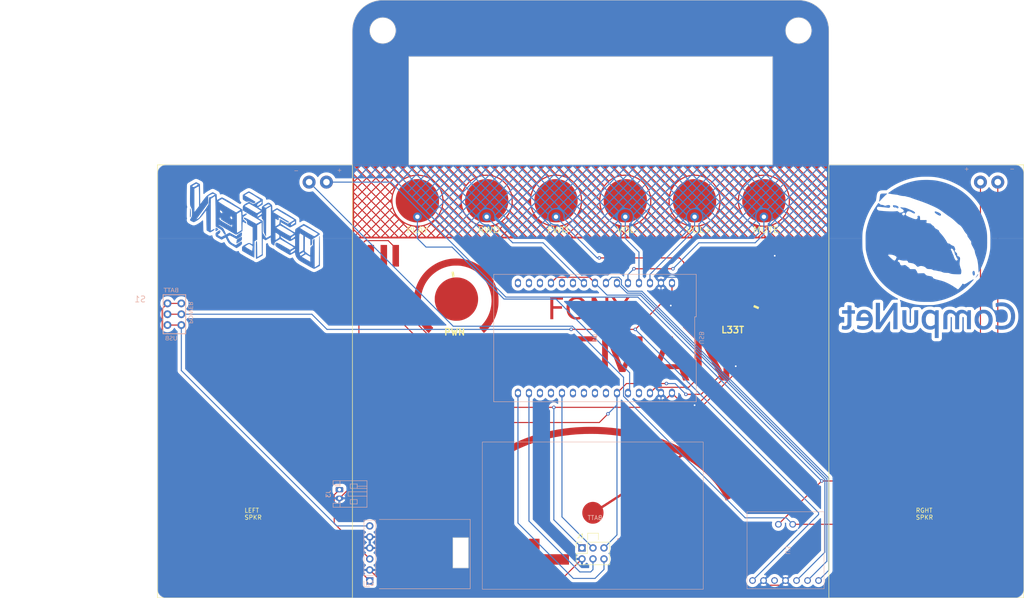
<source format=kicad_pcb>
(kicad_pcb (version 20221018) (generator pcbnew)
  (layers (0 "F.Cu" signal) (31 "B.Cu" signal) (34 "B.Paste" user) (35 "F.Paste" user) (36 "B.SilkS" user "B.Silkscreen") (37 "F.SilkS" user "F.Silkscreen") (38 "B.Mask" user) (39 "F.Mask" user) (44 "Edge.Cuts" user))
  (net 0 "")
  (net 1 "GND")
  (net 2 "+3.3V")
  (net 3 "Net-(J1-Pin_3)")
  (net 4 "Net-(J1-Pin_5)")
  (net 5 "Net-(J1-Pin_4)")
  (net 6 "Net-(J3-Pin_1)")
  (net 7 "Net-(U2-VIN)")
  (net 8 "VCC")
  (net 9 "Net-(U2-OUT)")
  (net 15 "Net-(J1-Pin_6)")
  (net 21 "Net-(U1-D25)")
  (net 24 "Net-(U1-D26)")
  (net 25 "Net-(U1-D27)")
  (net 27 "unconnected-(U3-SPK--Pad8)")
  (net 28 "unconnected-(U3-SPK+-Pad9)")
  (net 29 "/FWDPIN")
  (net 30 "/PLAYPIN")
  (net 31 "/RWDPIN")
  (net 32 "/MUTEPIN")
  (net 33 "/VDNPIN")
  (net 34 "/VUPPIN")
  (footprint "DC32_Cnet_Badge_Main:LED_SAO" (layer "F.Cu") (at 199 111 90)
    (fp_text reference "U4" hide)
    (fp_text value "~" hide)
  )
  (footprint "DC32_Cnet_Badge_Main:Touch Pad" (layer "F.Cu") (at 190 67.3)
    (fp_text reference "Ref**" hide)
    (fp_text value "Val**" hide)
  )
  (footprint "DC32_Cnet_Badge_Main:Dial 2" (layer "F.Cu") (at 119 90)
    (fp_text reference "Ref**" hide)
    (fp_text value "Val**" hide)
  )
  (footprint "DC32_Cnet_Badge_Main:VU Meter" (layer "F.Cu") (at 152 136)
    (fp_text reference "Ref**" hide)
    (fp_text value "Val**" hide)
  )
  (footprint "DC32_Cnet_Badge_Main:Touch Pad" (layer "F.Cu") (at 126 67.3)
    (fp_text reference "Ref**" hide)
    (fp_text value "Val**" hide)
  )
  (footprint "DC32_Cnet_Badge_Main:Speaker" (layer "F.Cu") (at 242 63)
    (fp_text reference "REF**" hide)
    (fp_text value "Speaker")
  )
  (footprint "DC32_Cnet_Badge_Main:LED_SAO" (layer "F.Cu") (at 100.75 111 90)
    (fp_text reference "U5" hide)
    (fp_text value "~" hide)
  )
  (footprint "DC32_Cnet_Badge_Main:Touch Pad" (layer "F.Cu") (at 142 67.3)
    (fp_text reference "Ref**" hide)
    (fp_text value "Val**" hide)
  )
  (footprint "DC32_Cnet_Badge_Main:Touch Pad" (layer "F.Cu") (at 174 67.3)
    (fp_text reference "Ref**" hide)
    (fp_text value "Val**" hide)
  )
  (footprint "DC32_Cnet_Badge_Main:Dial 4" (layer "F.Cu") (at 182.963798 89.619466)
    (fp_text reference "Ref**" hide)
    (fp_text value "Val**" hide)
  )
  (footprint "DC32_Cnet_Badge_Main:PinSocket_2x03_P2.54mm_Vertical_Tab" (layer "F.Cu") (at 148 147.46 90)
    (fp_text reference "J1")
    (fp_text value "SAO_Conn")
  )
  (footprint "DC32_Cnet_Badge_Main:Touch Pad" (layer "F.Cu") (at 110 67.3)
    (fp_text reference "Ref**" hide)
    (fp_text value "Val**" hide)
  )
  (footprint "DC32_Cnet_Badge_Main:Touch Pad" (layer "F.Cu") (at 158 67.3)
    (fp_text reference "Ref**" hide)
    (fp_text value "Val**" hide)
  )
  (footprint "DC32_Cnet_Badge_Main:LiPo_Battery_SparkFun_PRT-18286" (layer "B.Cu") (at 151 141 180)
    (fp_text reference "BATT")
    (fp_text value "LiPo_Battery_SparkFun_PRT-18286")
  )
  (footprint "DC32_Cnet_Badge_Main:SPARKFUN-RETIRED_SWITCH-2.5X3.2-6" (layer "B.Cu") (at 55.5 96 180)
    (fp_text reference "S1")
    (fp_text value "JS202011CQN")
  )
  (footprint "DC32_Cnet_Badge_Main:defcon31-logo" (layer "B.Cu") (at 72.5 73 180)
    (fp_text reference "Ref**" hide)
    (fp_text value "Val**" hide)
  )
  (footprint "DC32_Cnet_Badge_Main:JST_PH_S2B-PH-K_1x02_P2.00mm_Horizontal" (layer "B.Cu") (at 92 134 -90)
    (fp_text reference "J3")
    (fp_text value "Conn_01x02_Male")
  )
  (footprint "DC32_Cnet_Badge_Main:ESP32_Dev_Module-USB-C" (layer "B.Cu") (at 151 99 180)
    (fp_text reference "U1")
    (fp_text value "~")
  )
  (footprint "DC32_Cnet_Badge_Main:MAX98357" (layer "B.Cu") (at 195 148 90)
    (fp_text reference "U3")
    (fp_text value "~")
  )
  (footprint "DC32_Cnet_Badge_Main:Speaker" (layer "B.Cu") (at 87 63 180)
    (fp_text reference "REF**" hide)
    (fp_text value "Speaker")
  )
  (footprint "DC32_Cnet_Badge_Main:CompuNet PCB Logo" (layer "B.Cu") (at 228 81 180)
    (fp_text reference "Ref**" hide)
    (fp_text value "Val**" hide)
  )
  (footprint "DC32_Cnet_Badge_Main:MH-CD42 LiPo Battery Management Module Rear Charge LEDs" (layer "B.Cu") (at 99 142.48 180)
    (fp_text reference "U2")
    (fp_text value "MH-CD42_LiPo_Batery_Management_Module" hide)
    (fp_rect (start -22.8 -2.6) (end -19.2 -9.6) (stroke (width 0.12)) (fill none) (layer "Edge.Cuts"))
  )
  (gr_rect (start 205 59) (end 250 159) (stroke (width 0.15)) (fill none) (layer "F.SilkS"))
  (gr_rect (start 50 59) (end 95 159) (stroke (width 0.15)) (fill none) (layer "F.SilkS"))
  (gr_line (start 250 79) (end 250 157) (stroke (width 0.1)) (layer "Edge.Cuts"))
  (gr_arc (start 52 159) (mid 50.585786 158.414214) (end 50 157) (stroke (width 0.1)) (layer "Edge.Cuts"))
  (gr_line (start 248 159) (end 52 159) (stroke (width 0.1)) (layer "Edge.Cuts"))
  (gr_line (start 205 28) (end 205 59) (stroke (width 0.1)) (layer "Edge.Cuts"))
  (gr_arc (start 250 157) (mid 249.414214 158.414214) (end 248 159) (stroke (width 0.1)) (layer "Edge.Cuts"))
  (gr_line (start 50 79) (end 50 157) (stroke (width 0.1)) (layer "Edge.Cuts"))
  (gr_line (start 95 59) (end 95 28) (stroke (width 0.1)) (layer "Edge.Cuts"))
  (gr_arc (start 198 21) (mid 202.949747 23.050253) (end 205 28) (stroke (width 0.1)) (layer "Edge.Cuts"))
  (gr_arc (start 95 28) (mid 97.050253 23.050253) (end 102 21) (stroke (width 0.1)) (layer "Edge.Cuts"))
  (gr_line (start 192 59) (end 192 34) (stroke (width 0.1)) (layer "Edge.Cuts"))
  (gr_arc (start 50 61) (mid 50.585786 59.585786) (end 52 59) (stroke (width 0.1)) (layer "Edge.Cuts"))
  (gr_circle (center 198 28) (end 201 28) (stroke (width 0.1)) (fill none) (layer "Edge.Cuts"))
  (gr_line (start 50 61) (end 50 79) (stroke (width 0.1)) (layer "Edge.Cuts"))
  (gr_circle (center 102 28) (end 105 28) (stroke (width 0.1)) (fill none) (layer "Edge.Cuts"))
  (gr_line (start 205 59) (end 248 59) (stroke (width 0.1)) (layer "Edge.Cuts"))
  (gr_line (start 198 21) (end 102 21) (stroke (width 0.1)) (layer "Edge.Cuts"))
  (gr_line (start 250 61) (end 250 79) (stroke (width 0.1)) (layer "Edge.Cuts"))
  (gr_line (start 108 59) (end 108 34) (stroke (width 0.1)) (layer "Edge.Cuts"))
  (gr_line (start 52 59) (end 95 59) (stroke (width 0.1)) (layer "Edge.Cuts"))
  (gr_line (start 108 34) (end 192 34) (stroke (width 0.1)) (layer "Edge.Cuts"))
  (gr_arc (start 248 59) (mid 249.414214 59.585786) (end 250 61) (stroke (width 0.1)) (layer "Edge.Cuts"))
  (gr_line (start 108 59) (end 192 59) (stroke (width 0.1)) (layer "Edge.Cuts"))
  (gr_text "BITMAN" (at 129 110.5) (layer "F.Cu") (effects (font (size 10 10)) (justify left bottom)))
  (gr_text "FONY" (at 140 95.5) (layer "F.Cu") (effects (font (size 5 5)) (justify left bottom)))
  (gr_text "BATT" (at 54.9 88.6) (layer "B.SilkS") (effects (font (size 1 1)) (justify left bottom mirror)))
  (gr_text "USB" (at 54.6 99.7) (layer "B.SilkS") (effects (font (size 1 1)) (justify left bottom mirror)))
  (gr_text "POWER" (at 57 95.7 270) (layer "B.SilkS") (effects (font (size 1 1)) (justify left bottom mirror)))
  (gr_text "PLAY" (at 107.5 75) (layer "F.SilkS") (effects (font (size 1.5 1.5) (thickness 0.1875)) (justify left bottom)))
  (gr_text "FWD" (at 140 75) (layer "F.SilkS") (effects (font (size 1.5 1.5) (thickness 0.1875)) (justify left bottom)))
  (gr_text "MUTE" (at 187.5 75) (layer "F.SilkS") (effects (font (size 1.5 1.5) (thickness 0.1875)) (justify left bottom)))
  (gr_text "LEFT\nSPKR" (at 70 141) (layer "F.SilkS") (effects (font (size 1 1)) (justify left bottom)))
  (gr_text "VOL+" (at 172 75) (layer "F.SilkS") (effects (font (size 1.5 1.5) (thickness 0.1875)) (justify left bottom)))
  (gr_text "VOL-" (at 156 75) (layer "F.SilkS") (effects (font (size 1.5 1.5) (thickness 0.1875)) (justify left bottom)))
  (gr_text "PWN" (at 116 98.5) (layer "F.SilkS") (effects (font (size 1.5 1.5) (thickness 0.3) bold) (justify left bottom)))
  (gr_text "RGHT\nSPKR" (at 225 141) (layer "F.SilkS") (effects (font (size 1 1)) (justify left bottom)))
  (gr_text "RWD" (at 124 75) (layer "F.SilkS") (effects (font (size 1.5 1.5) (thickness 0.1875)) (justify left bottom)))
  (gr_text "L33T" (at 180 98) (layer "F.SilkS") (effects (font (size 1.5 1.5) (thickness 0.3) bold) (justify left bottom)))
  (segment (start 202 76.5) (end 196.5 76.5) (width 0.25) (layer "F.Cu") (net 1))
  (segment (start 96.5 78) (end 98 76.5) (width 0.25) (layer "F.Cu") (net 1))
  (segment (start 193.913 156.072) (end 195 154.985) (width 0.25) (layer "F.Cu") (net 1))
  (segment (start 96.5 80) (end 96.5 78) (width 0.25) (layer "F.Cu") (net 1))
  (segment (start 105 78.25) (end 105 80) (width 0.25) (layer "F.Cu") (net 1))
  (segment (start 191.007 156.072) (end 193.913 156.072) (width 0.25) (layer "F.Cu") (net 1))
  (segment (start 196.5 76.5) (end 194.75 78.25) (width 0.25) (layer "F.Cu") (net 1))
  (segment (start 92 136) (end 96.5 131.5) (width 0.25) (layer "F.Cu") (net 1))
  (segment (start 96.5 131.5) (end 96.5 80) (width 0.25) (layer "F.Cu") (net 1))
  (segment (start 174.5 114.5) (end 183.5 105.5) (width 0.25) (layer "F.Cu") (net 1))
  (segment (start 103.25 76.5) (end 105 78.25) (width 0.25) (layer "F.Cu") (net 1))
  (segment (start 98 76.5) (end 103.25 76.5) (width 0.25) (layer "F.Cu") (net 1))
  (segment (start 189.92 154.985) (end 191.007 156.072) (width 0.25) (layer "F.Cu") (net 1))
  (segment (start 166.24 111.7) (end 166.24 111.24) (width 0.25) (layer "F.Cu") (net 1))
  (segment (start 203.25 77.75) (end 202 76.5) (width 0.25) (layer "F.Cu") (net 1))
  (segment (start 194.75 80) (end 192.5 80) (width 0.25) (layer "F.Cu") (net 1))
  (segment (start 143.120872 154.879128) (end 101.339128 154.879128) (width 0.25) (layer "F.Cu") (net 1))
  (segment (start 203.25 80) (end 203.25 77.75) (width 0.25) (layer "F.Cu") (net 1))
  (segment (start 194.75 78.25) (end 194.75 80) (width 0.25) (layer "F.Cu") (net 1))
  (segment (start 174 114.5) (end 174.5 114.5) (width 0.25) (layer "F.Cu") (net 1))
  (segment (start 101.339128 154.879128) (end 99 152.54) (width 0.25) (layer "F.Cu") (net 1))
  (segment (start 148 150) (end 143.120872 154.879128) (width 0.25) (layer "F.Cu") (net 1))
  (via (at 192.5 80) (size 0.8) (drill 0.4) (layers "F.Cu" "B.Cu") (net 1))
  (via (at 168.5 91.5) (size 0.8) (drill 0.4) (layers "F.Cu" "B.Cu") (net 1))
  (via (at 183.5 105.5) (size 0.8) (drill 0.4) (layers "F.Cu" "B.Cu") (net 1))
  (via (at 174 114.5) (size 0.8) (drill 0.4) (layers "F.Cu" "B.Cu") (net 1))
  (segment (start 169.5 91.5) (end 168.5 91.5) (width 0.25) (layer "B.Cu") (net 1))
  (segment (start 166.24 89.24) (end 168.5 91.5) (width 0.25) (layer "B.Cu") (net 1))
  (segment (start 173 115.5) (end 174 114.5) (width 0.25) (layer "B.Cu") (net 1))
  (segment (start 166.24 111.7) (end 166.24 113.24) (width 0.25) (layer "B.Cu") (net 1))
  (segment (start 192.5 80) (end 187.525 84.975) (width 0.25) (layer "B.Cu") (net 1))
  (segment (start 168.5 115.5) (end 173 115.5) (width 0.25) (layer "B.Cu") (net 1))
  (segment (start 166.24 113.24) (end 168.5 115.5) (width 0.25) (layer "B.Cu") (net 1))
  (segment (start 167.565 84.975) (end 166.24 86.3) (width 0.25) (layer "B.Cu") (net 1))
  (segment (start 183.5 105.5) (end 169.5 91.5) (width 0.25) (layer "B.Cu") (net 1))
  (segment (start 187.525 84.975) (end 167.565 84.975) (width 0.25) (layer "B.Cu") (net 1))
  (segment (start 166.24 86.3) (end 166.24 89.24) (width 0.25) (layer "B.Cu") (net 1))
  (segment (start 200.5 90) (end 175 115.5) (width 0.25) (layer "F.Cu") (net 2))
  (segment (start 165.48 115) (end 168.78 111.7) (width 0.25) (layer "F.Cu") (net 2))
  (segment (start 175 115.5) (end 172.58 115.5) (width 0.25) (layer "F.Cu") (net 2))
  (segment (start 141.5 115) (end 165.48 115) (width 0.25) (layer "F.Cu") (net 2))
  (segment (start 129.226612 115) (end 102.25 88.023388) (width 0.25) (layer "F.Cu") (net 2))
  (segment (start 141.5 115) (end 129.226612 115) (width 0.25) (layer "F.Cu") (net 2))
  (segment (start 102.25 88.023388) (end 102.25 80) (width 0.25) (layer "F.Cu") (net 2))
  (segment (start 172.58 115.5) (end 168.78 111.7) (width 0.25) (layer "F.Cu") (net 2))
  (segment (start 200.5 80) (end 200.5 90) (width 0.25) (layer "F.Cu") (net 2))
  (via (at 141.5 115) (size 0.8) (drill 0.4) (layers "F.Cu" "B.Cu") (net 2))
  (segment (start 148 147.46) (end 141.5 140.96) (width 0.25) (layer "B.Cu") (net 2))
  (segment (start 141.5 140.96) (end 141.5 115) (width 0.25) (layer "B.Cu") (net 2))
  (segment (start 143.38 111.7) (end 143.38 140.3) (width 0.25) (layer "B.Cu") (net 3))
  (segment (start 143.38 140.3) (end 150.54 147.46) (width 0.25) (layer "B.Cu") (net 3))
  (segment (start 156.08 111.7) (end 156.08 111.42) (width 0.25) (layer "F.Cu") (net 4))
  (segment (start 99.25 88.25) (end 129.5 118.5) (width 0.25) (layer "F.Cu") (net 4))
  (segment (start 152 118.5) (end 154 116.5) (width 0.25) (layer "F.Cu") (net 4))
  (segment (start 175.5 112) (end 172 112) (width 0.25) (layer "F.Cu") (net 4))
  (segment (start 197.5 90) (end 175.5 112) (width 0.25) (layer "F.Cu") (net 4))
  (segment (start 129.5 118.5) (end 152 118.5) (width 0.25) (layer "F.Cu") (net 4))
  (segment (start 167.5 109.5) (end 158.28 109.5) (width 0.25) (layer "F.Cu") (net 4))
  (segment (start 197.5 80) (end 197.5 90) (width 0.25) (layer "F.Cu") (net 4))
  (segment (start 99.25 80) (end 99.25 88.25) (width 0.25) (layer "F.Cu") (net 4))
  (segment (start 158.28 109.5) (end 156.08 111.7) (width 0.25) (layer "F.Cu") (net 4))
  (via (at 172 112) (size 0.8) (drill 0.4) (layers "F.Cu" "B.Cu") (net 4))
  (via (at 167.5 109.5) (size 0.8) (drill 0.4) (layers "F.Cu" "B.Cu") (net 4))
  (via (at 154 116.5) (size 0.8) (drill 0.4) (layers "F.Cu" "B.Cu") (net 4))
  (segment (start 156.08 118.5) (end 156.08 111.7) (width 0.25) (layer "B.Cu") (net 4))
  (segment (start 153.08 147.46) (end 156.08 144.46) (width 0.25) (layer "B.Cu") (net 4))
  (segment (start 172 112) (end 169.5 109.5) (width 0.25) (layer "B.Cu") (net 4))
  (segment (start 156.08 114.42) (end 156.08 111.7) (width 0.25) (layer "B.Cu") (net 4))
  (segment (start 156.08 144.46) (end 156.08 118.5) (width 0.25) (layer "B.Cu") (net 4))
  (segment (start 154 116.5) (end 156.08 114.42) (width 0.25) (layer "B.Cu") (net 4))
  (segment (start 169.5 109.5) (end 167.5 109.5) (width 0.25) (layer "B.Cu") (net 4))
  (segment (start 150 153) (end 150.54 152.46) (width 0.25) (layer "B.Cu") (net 5))
  (segment (start 135.76 141.26) (end 147.5 153) (width 0.25) (layer "B.Cu") (net 5))
  (segment (start 135.76 111.7) (end 135.76 141.26) (width 0.25) (layer "B.Cu") (net 5))
  (segment (start 147.5 153) (end 150 153) (width 0.25) (layer "B.Cu") (net 5))
  (segment (start 150.54 152.46) (end 150.54 150) (width 0.25) (layer "B.Cu") (net 5))
  (segment (start 90.8 141.8) (end 90.8 135.2) (width 0.25) (layer "F.Cu") (net 6))
  (segment (start 99 150) (end 90.8 141.8) (width 0.25) (layer "F.Cu") (net 6))
  (segment (start 90.8 135.2) (end 92 134) (width 0.25) (layer "F.Cu") (net 6))
  (segment (start 52.3 96) (end 55.5 96) (width 0.25) (layer "F.Cu") (net 7))
  (segment (start 55.5 106.5) (end 55.5 96) (width 0.25) (layer "B.Cu") (net 7))
  (segment (start 91.38 142.38) (end 55.5 106.5) (width 0.25) (layer "B.Cu") (net 7))
  (segment (start 99 142.38) (end 91.38 142.38) (width 0.25) (layer "B.Cu") (net 7))
  (segment (start 52.3 93.5) (end 55.5 93.5) (width 0.25) (layer "F.Cu") (net 8))
  (segment (start 145.5 97) (end 160.301524 97) (width 0.25) (layer "F.Cu") (net 8))
  (segment (start 160.301524 97) (end 168.78 88.521524) (width 0.25) (layer "F.Cu") (net 8))
  (segment (start 168.78 88.521524) (end 168.78 86.3) (width 0.25) (layer "F.Cu") (net 8))
  (via (at 145.5 97) (size 0.8) (drill 0.4) (layers "F.Cu" "B.Cu") (net 8))
  (via (at 160.301524 97) (size 0.8) (drill 0.4) (layers "F.Cu" "B.Cu") (net 8))
  (segment (start 85.626167 93.5) (end 89.126167 97) (width 0.25) (layer "B.Cu") (net 8))
  (segment (start 187.38 154.985) (end 202.624 139.741) (width 0.25) (layer "B.Cu") (net 8))
  (segment (start 202.624 139.741) (end 202.624 139.322476) (width 0.25) (layer "B.Cu") (net 8))
  (segment (start 89.126167 97) (end 145.5 97) (width 0.25) (layer "B.Cu") (net 8))
  (segment (start 202.624 139.322476) (end 160.301524 97) (width 0.25) (layer "B.Cu") (net 8))
  (segment (start 55.5 93.5) (end 85.626167 93.5) (width 0.25) (layer "B.Cu") (net 8))
  (segment (start 51.075 92.225) (end 52.3 91) (width 0.25) (layer "F.Cu") (net 9))
  (segment (start 99 155.08) (end 51.075 107.155) (width 0.25) (layer "F.Cu") (net 9))
  (segment (start 52.3 91) (end 55.5 91) (width 0.25) (layer "F.Cu") (net 9))
  (segment (start 51.075 107.155) (end 51.075 92.225) (width 0.25) (layer "F.Cu") (net 9))
  (segment (start 153.08 152.42) (end 153.08 150) (width 0.25) (layer "B.Cu") (net 15))
  (segment (start 133.22 141.72) (end 146 154.5) (width 0.25) (layer "B.Cu") (net 15))
  (segment (start 146 154.5) (end 151 154.5) (width 0.25) (layer "B.Cu") (net 15))
  (segment (start 151 154.5) (end 153.08 152.42) (width 0.25) (layer "B.Cu") (net 15))
  (segment (start 133.22 111.7) (end 133.22 141.72) (width 0.25) (layer "B.Cu") (net 15))
  (segment (start 151 86.5) (end 151 86.3) (width 0.25) (layer "F.Cu") (net 21))
  (segment (start 149.675 84.975) (end 151 86.3) (width 0.25) (layer "F.Cu") (net 21))
  (segment (start 140.84 86.3) (end 140.84 86.84) (width 0.25) (layer "F.Cu") (net 21))
  (segment (start 142.165 84.975) (end 149.675 84.975) (width 0.25) (layer "F.Cu") (net 21))
  (segment (start 140.84 86.3) (end 142.165 84.975) (width 0.25) (layer "F.Cu") (net 21))
  (segment (start 204.074 131.699695) (end 161.474305 89.1) (width 0.25) (layer "B.Cu") (net 21))
  (segment (start 161.474305 89.1) (end 153.8 89.1) (width 0.25) (layer "B.Cu") (net 21))
  (segment (start 204.074 148.451) (end 204.074 131.699695) (width 0.25) (layer "B.Cu") (net 21))
  (segment (start 151 87) (end 151 86.3) (width 0.25) (layer "B.Cu") (net 21))
  (segment (start 197.54 154.985) (end 204.074 148.451) (width 0.25) (layer "B.Cu") (net 21))
  (segment (start 153.8 89.1) (end 151 86.3) (width 0.25) (layer "B.Cu") (net 21))
  (segment (start 161.847097 88.2) (end 158.616396 88.2) (width 0.25) (layer "B.Cu") (net 24))
  (segment (start 202.62 154.985) (end 204.974 152.631) (width 0.25) (layer "B.Cu") (net 24))
  (segment (start 157.105 85.575431) (end 156.504569 84.975) (width 0.25) (layer "B.Cu") (net 24))
  (segment (start 154.865 84.975) (end 153.54 86.3) (width 0.25) (layer "B.Cu") (net 24))
  (segment (start 204.974 152.631) (end 204.974 131.326903) (width 0.25) (layer "B.Cu") (net 24))
  (segment (start 158.616396 88.2) (end 157.105 86.688604) (width 0.25) (layer "B.Cu") (net 24))
  (segment (start 157.105 86.688604) (end 157.105 85.575431) (width 0.25) (layer "B.Cu") (net 24))
  (segment (start 156.504569 84.975) (end 154.865 84.975) (width 0.25) (layer "B.Cu") (net 24))
  (segment (start 204.974 131.326903) (end 161.847097 88.2) (width 0.25) (layer "B.Cu") (net 24))
  (segment (start 158.43 88.65) (end 156.08 86.3) (width 0.25) (layer "B.Cu") (net 25))
  (segment (start 200.08 154.985) (end 204.524 150.541) (width 0.25) (layer "B.Cu") (net 25))
  (segment (start 204.524 131.513299) (end 161.660701 88.65) (width 0.25) (layer "B.Cu") (net 25))
  (segment (start 161.660701 88.65) (end 158.43 88.65) (width 0.25) (layer "B.Cu") (net 25))
  (segment (start 204.524 150.541) (end 204.524 131.513299) (width 0.25) (layer "B.Cu") (net 25))
  (segment (start 232 142) (end 244 130) (width 0.25) (layer "F.Cu") (net 27))
  (segment (start 196.651 142) (end 232 142) (width 0.25) (layer "F.Cu") (net 27))
  (segment (start 244 130) (end 244 63) (width 0.25) (layer "F.Cu") (net 27))
  (segment (start 85 63) (end 118.275 96.275) (width 0.25) (layer "B.Cu") (net 27))
  (segment (start 157.595 112.424569) (end 185.670431 140.5) (width 0.25) (layer "B.Cu") (net 27))
  (segment (start 118.275 96.275) (end 145.800305 96.275) (width 0.25) (layer "B.Cu") (net 27))
  (segment (start 145.800305 96.275) (end 157.595 108.069695) (width 0.25) (layer "B.Cu") (net 27))
  (segment (start 157.595 108.069695) (end 157.595 112.424569) (width 0.25) (layer "B.Cu") (net 27))
  (segment (start 195.151 140.5) (end 196.651 142) (width 0.25) (layer "B.Cu") (net 27))
  (segment (start 185.670431 140.5) (end 195.151 140.5) (width 0.25) (layer "B.Cu") (net 27))
  (segment (start 193.349 142) (end 203.349 132) (width 0.25) (layer "F.Cu") (net 28))
  (segment (start 240 125) (end 240 63) (width 0.25) (layer "F.Cu") (net 28))
  (segment (start 203.349 132) (end 233 132) (width 0.25) (layer "F.Cu") (net 28))
  (segment (start 233 132) (end 240 125) (width 0.25) (layer "F.Cu") (net 28))
  (via (at 203.349 132) (size 0.8) (drill 0.4) (layers "F.Cu" "B.Cu") (net 28))
  (segment (start 103.873833 63) (end 130.423833 89.55) (width 0.25) (layer "B.Cu") (net 28))
  (segment (start 160.899 89.55) (end 203.349 132) (width 0.25) (layer "B.Cu") (net 28))
  (segment (start 89 63) (end 103.873833 63) (width 0.25) (layer "B.Cu") (net 28))
  (segment (start 130.423833 89.55) (end 160.899 89.55) (width 0.25) (layer "B.Cu") (net 28))
  (segment (start 171.5 81.5) (end 171.5 96.518329) (width 0.25) (layer "F.Cu") (net 29))
  (segment (start 171.5 96.518329) (end 174.077616 99.095945) (width 0.25) (layer "F.Cu") (net 29))
  (segment (start 174.077616 99.095945) (end 174.077616 108.93462) (width 0.25) (layer "F.Cu") (net 29))
  (segment (start 170.5 80.5) (end 171.5 81.5) (width 0.25) (layer "F.Cu") (net 29))
  (segment (start 165.025 110.375) (end 163.7 111.7) (width 0.25) (layer "F.Cu") (net 29))
  (segment (start 174.077616 108.93462) (end 172.637236 110.375) (width 0.25) (layer "F.Cu") (net 29))
  (segment (start 152 80.5) (end 170.5 80.5) (width 0.25) (layer "F.Cu") (net 29))
  (segment (start 172.637236 110.375) (end 165.025 110.375) (width 0.25) (layer "F.Cu") (net 29))
  (via (at 152 80.5) (size 0.8) (drill 0.4) (layers "F.Cu" "B.Cu") (net 29))
  (segment (start 142 71) (end 151.5 80.5) (width 0.25) (layer "B.Cu") (net 29))
  (segment (start 151.5 80.5) (end 152 80.5) (width 0.25) (layer "B.Cu") (net 29))
  (segment (start 130 90) (end 118 78) (width 0.25) (layer "B.Cu") (net 30))
  (segment (start 158.62 111.7) (end 158.62 111.62) (width 0.25) (layer "B.Cu") (net 30))
  (segment (start 159 111.24) (end 159 107) (width 0.25) (layer "B.Cu") (net 30))
  (segment (start 142 90) (end 130 90) (width 0.25) (layer "B.Cu") (net 30))
  (segment (start 118 78) (end 112 78) (width 0.25) (layer "B.Cu") (net 30))
  (segment (start 112 78) (end 110 76) (width 0.25) (layer "B.Cu") (net 30))
  (segment (start 158.62 111.62) (end 159 111.24) (width 0.25) (layer "B.Cu") (net 30))
  (segment (start 110 76) (end 110 71) (width 0.25) (layer "B.Cu") (net 30))
  (segment (start 159 107) (end 142 90) (width 0.25) (layer "B.Cu") (net 30))
  (segment (start 148.46 86.3) (end 148.3 86.3) (width 0.25) (layer "B.Cu") (net 31))
  (segment (start 139 77) (end 132 77) (width 0.25) (layer "B.Cu") (net 31))
  (segment (start 148.3 86.3) (end 139 77) (width 0.25) (layer "B.Cu") (net 31))
  (segment (start 132 77) (end 126 71) (width 0.25) (layer "B.Cu") (net 31))
  (segment (start 160 83) (end 169 83) (width 0.25) (layer "F.Cu") (net 32))
  (via (at 160 83) (size 0.8) (drill 0.4) (layers "F.Cu" "B.Cu") (net 32))
  (via (at 169 83) (size 0.8) (drill 0.4) (layers "F.Cu" "B.Cu") (net 32))
  (segment (start 158.62 84.38) (end 160 83) (width 0.25) (layer "B.Cu") (net 32))
  (segment (start 175 77) (end 188 77) (width 0.25) (layer "B.Cu") (net 32))
  (segment (start 169 83) (end 175 77) (width 0.25) (layer "B.Cu") (net 32))
  (segment (start 158.62 86.3) (end 158.62 84.38) (width 0.25) (layer "B.Cu") (net 32))
  (segment (start 190 75) (end 190 71) (width 0.25) (layer "B.Cu") (net 32))
  (segment (start 188 77) (end 190 75) (width 0.25) (layer "B.Cu") (net 32))
  (segment (start 161.16 79.16) (end 158 76) (width 0.25) (layer "B.Cu") (net 33))
  (segment (start 161.16 86.3) (end 161.16 79.16) (width 0.25) (layer "B.Cu") (net 33))
  (segment (start 158 76) (end 158 71) (width 0.25) (layer "B.Cu") (net 33))
  (segment (start 163.7 86.3) (end 163.7 84.3) (width 0.25) (layer "B.Cu") (net 34))
  (segment (start 163.7 84.3) (end 174 74) (width 0.25) (layer "B.Cu") (net 34))
  (segment (start 174 74) (end 174 71) (width 0.25) (layer "B.Cu") (net 34))
  (zone (net 1) (net_name "GND") (layer "F.Cu") (priority 8) (connect_pads (clearance 0.75)) (min_thickness 0.25) (fill yes (thermal_gap 0.5) (thermal_bridge_width 0.5))
    (polygon (pts (xy 95 21) (xy 95 59) (xy 205 59) (xy 205 21)))
  )
  (zone (net 1) (net_name "GND") (layer "F.Cu") (connect_pads (clearance 0.75)) (min_thickness 0.25) (fill yes (mode hatch) (thermal_gap 0.5) (thermal_bridge_width 0.5) (hatch_thickness 0.25) (hatch_gap 1.25) (hatch_orientation 45) (hatch_border_algorithm hatch_thickness) (hatch_min_hole_area 0.3))
    (polygon (pts (xy 95 59) (xy 205 59) (xy 205 76) (xy 95 76)))
  )
  (zone (net 1) (net_name "GND") (layer "B.Cu") (priority 6) (connect_pads (clearance 0.75)) (min_thickness 0.25) (fill yes (thermal_gap 0.5) (thermal_bridge_width 0.5))
    (polygon (pts (xy 50 59) (xy 50 76) (xy 95 76) (xy 95 59)))
  )
  (zone (net 1) (net_name "GND") (layer "B.Cu") (priority 7) (connect_pads (clearance 0.75)) (min_thickness 0.25) (fill yes (thermal_gap 0.5) (thermal_bridge_width 0.5))
    (polygon (pts (xy 50 159) (xy 50 76) (xy 250 76) (xy 250 159)))
  )
  (zone (net 1) (net_name "GND") (layer "B.Cu") (priority 5) (connect_pads (clearance 0.75)) (min_thickness 0.25) (fill yes (thermal_gap 0.5) (thermal_bridge_width 0.5))
    (polygon (pts (xy 250 59) (xy 205 59) (xy 205 76) (xy 250 76)))
  )
  (zone (net 1) (net_name "GND") (layer "B.Cu") (priority 9) (connect_pads (clearance 0.75)) (min_thickness 0.25) (fill yes (thermal_gap 0.5) (thermal_bridge_width 0.5))
    (polygon (pts (xy 95 21) (xy 95 59) (xy 205 59) (xy 205 21)))
  )
  (zone (net 1) (net_name "GND") (layer "B.Cu") (priority 4) (connect_pads (clearance 0.75)) (min_thickness 0.25) (fill yes (mode hatch) (thermal_gap 0.5) (thermal_bridge_width 0.5) (hatch_thickness 0.25) (hatch_gap 1.25) (hatch_orientation 45) (hatch_border_algorithm hatch_thickness) (hatch_min_hole_area 0.3))
    (polygon (pts (xy 95 59) (xy 205 59) (xy 205 76) (xy 95 76)))
  )
)
</source>
